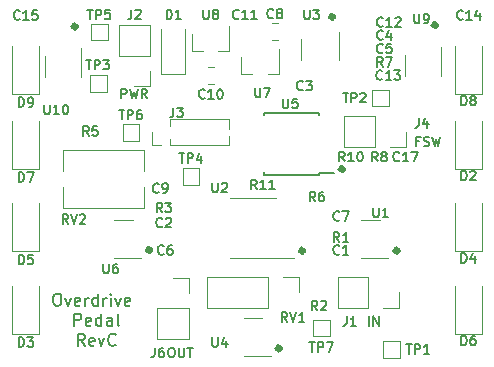
<source format=gbr>
G04 #@! TF.GenerationSoftware,KiCad,Pcbnew,5.1.5-52549c5~86~ubuntu18.04.1*
G04 #@! TF.CreationDate,2020-04-12T16:23:40+01:00*
G04 #@! TF.ProjectId,OverdrivePedal_RevC,4f766572-6472-4697-9665-506564616c5f,RevC*
G04 #@! TF.SameCoordinates,Original*
G04 #@! TF.FileFunction,Legend,Top*
G04 #@! TF.FilePolarity,Positive*
%FSLAX46Y46*%
G04 Gerber Fmt 4.6, Leading zero omitted, Abs format (unit mm)*
G04 Created by KiCad (PCBNEW 5.1.5-52549c5~86~ubuntu18.04.1) date 2020-04-12 16:23:40*
%MOMM*%
%LPD*%
G04 APERTURE LIST*
%ADD10C,0.150000*%
%ADD11C,0.500000*%
%ADD12C,0.200000*%
%ADD13C,0.120000*%
G04 APERTURE END LIST*
D10*
X159042190Y-92195657D02*
X158775523Y-92195657D01*
X158775523Y-92614704D02*
X158775523Y-91814704D01*
X159156476Y-91814704D01*
X159423142Y-92576609D02*
X159537428Y-92614704D01*
X159727904Y-92614704D01*
X159804095Y-92576609D01*
X159842190Y-92538514D01*
X159880285Y-92462323D01*
X159880285Y-92386133D01*
X159842190Y-92309942D01*
X159804095Y-92271847D01*
X159727904Y-92233752D01*
X159575523Y-92195657D01*
X159499333Y-92157561D01*
X159461238Y-92119466D01*
X159423142Y-92043276D01*
X159423142Y-91967085D01*
X159461238Y-91890895D01*
X159499333Y-91852800D01*
X159575523Y-91814704D01*
X159766000Y-91814704D01*
X159880285Y-91852800D01*
X160146952Y-91814704D02*
X160337428Y-92614704D01*
X160489809Y-92043276D01*
X160642190Y-92614704D01*
X160832666Y-91814704D01*
D11*
X152590500Y-94551500D02*
G75*
G03X152590500Y-94551500I-127000J0D01*
G01*
X136271000Y-101396800D02*
G75*
G03X136271000Y-101396800I-127000J0D01*
G01*
X147256500Y-109715300D02*
G75*
G03X147256500Y-109715300I-127000J0D01*
G01*
X129984500Y-82486500D02*
G75*
G03X129984500Y-82486500I-127000J0D01*
G01*
X151765000Y-81661000D02*
G75*
G03X151765000Y-81661000I-127000J0D01*
G01*
X160464500Y-82359500D02*
G75*
G03X160464500Y-82359500I-127000J0D01*
G01*
X157226000Y-101460300D02*
G75*
G03X157226000Y-101460300I-127000J0D01*
G01*
X149225000Y-101460300D02*
G75*
G03X149225000Y-101460300I-127000J0D01*
G01*
D10*
X133807333Y-88563404D02*
X133807333Y-87763404D01*
X134112095Y-87763404D01*
X134188285Y-87801500D01*
X134226380Y-87839595D01*
X134264476Y-87915785D01*
X134264476Y-88030071D01*
X134226380Y-88106261D01*
X134188285Y-88144357D01*
X134112095Y-88182452D01*
X133807333Y-88182452D01*
X134531142Y-87763404D02*
X134721619Y-88563404D01*
X134874000Y-87991976D01*
X135026380Y-88563404D01*
X135216857Y-87763404D01*
X135978761Y-88563404D02*
X135712095Y-88182452D01*
X135521619Y-88563404D02*
X135521619Y-87763404D01*
X135826380Y-87763404D01*
X135902571Y-87801500D01*
X135940666Y-87839595D01*
X135978761Y-87915785D01*
X135978761Y-88030071D01*
X135940666Y-88106261D01*
X135902571Y-88144357D01*
X135826380Y-88182452D01*
X135521619Y-88182452D01*
X137985600Y-109670904D02*
X138137980Y-109670904D01*
X138214171Y-109709000D01*
X138290361Y-109785190D01*
X138328457Y-109937571D01*
X138328457Y-110204238D01*
X138290361Y-110356619D01*
X138214171Y-110432809D01*
X138137980Y-110470904D01*
X137985600Y-110470904D01*
X137909409Y-110432809D01*
X137833219Y-110356619D01*
X137795123Y-110204238D01*
X137795123Y-109937571D01*
X137833219Y-109785190D01*
X137909409Y-109709000D01*
X137985600Y-109670904D01*
X138671314Y-109670904D02*
X138671314Y-110318523D01*
X138709409Y-110394714D01*
X138747504Y-110432809D01*
X138823695Y-110470904D01*
X138976076Y-110470904D01*
X139052266Y-110432809D01*
X139090361Y-110394714D01*
X139128457Y-110318523D01*
X139128457Y-109670904D01*
X139395123Y-109670904D02*
X139852266Y-109670904D01*
X139623695Y-110470904D02*
X139623695Y-109670904D01*
X154774952Y-107803904D02*
X154774952Y-107003904D01*
X155155904Y-107803904D02*
X155155904Y-107003904D01*
X155613047Y-107803904D01*
X155613047Y-107003904D01*
D12*
X128294238Y-105106380D02*
X128484714Y-105106380D01*
X128579952Y-105154000D01*
X128675190Y-105249238D01*
X128722809Y-105439714D01*
X128722809Y-105773047D01*
X128675190Y-105963523D01*
X128579952Y-106058761D01*
X128484714Y-106106380D01*
X128294238Y-106106380D01*
X128199000Y-106058761D01*
X128103761Y-105963523D01*
X128056142Y-105773047D01*
X128056142Y-105439714D01*
X128103761Y-105249238D01*
X128199000Y-105154000D01*
X128294238Y-105106380D01*
X129056142Y-105439714D02*
X129294238Y-106106380D01*
X129532333Y-105439714D01*
X130294238Y-106058761D02*
X130199000Y-106106380D01*
X130008523Y-106106380D01*
X129913285Y-106058761D01*
X129865666Y-105963523D01*
X129865666Y-105582571D01*
X129913285Y-105487333D01*
X130008523Y-105439714D01*
X130199000Y-105439714D01*
X130294238Y-105487333D01*
X130341857Y-105582571D01*
X130341857Y-105677809D01*
X129865666Y-105773047D01*
X130770428Y-106106380D02*
X130770428Y-105439714D01*
X130770428Y-105630190D02*
X130818047Y-105534952D01*
X130865666Y-105487333D01*
X130960904Y-105439714D01*
X131056142Y-105439714D01*
X131818047Y-106106380D02*
X131818047Y-105106380D01*
X131818047Y-106058761D02*
X131722809Y-106106380D01*
X131532333Y-106106380D01*
X131437095Y-106058761D01*
X131389476Y-106011142D01*
X131341857Y-105915904D01*
X131341857Y-105630190D01*
X131389476Y-105534952D01*
X131437095Y-105487333D01*
X131532333Y-105439714D01*
X131722809Y-105439714D01*
X131818047Y-105487333D01*
X132294238Y-106106380D02*
X132294238Y-105439714D01*
X132294238Y-105630190D02*
X132341857Y-105534952D01*
X132389476Y-105487333D01*
X132484714Y-105439714D01*
X132579952Y-105439714D01*
X132913285Y-106106380D02*
X132913285Y-105439714D01*
X132913285Y-105106380D02*
X132865666Y-105154000D01*
X132913285Y-105201619D01*
X132960904Y-105154000D01*
X132913285Y-105106380D01*
X132913285Y-105201619D01*
X133294238Y-105439714D02*
X133532333Y-106106380D01*
X133770428Y-105439714D01*
X134532333Y-106058761D02*
X134437095Y-106106380D01*
X134246619Y-106106380D01*
X134151380Y-106058761D01*
X134103761Y-105963523D01*
X134103761Y-105582571D01*
X134151380Y-105487333D01*
X134246619Y-105439714D01*
X134437095Y-105439714D01*
X134532333Y-105487333D01*
X134579952Y-105582571D01*
X134579952Y-105677809D01*
X134103761Y-105773047D01*
X129841857Y-107806380D02*
X129841857Y-106806380D01*
X130222809Y-106806380D01*
X130318047Y-106854000D01*
X130365666Y-106901619D01*
X130413285Y-106996857D01*
X130413285Y-107139714D01*
X130365666Y-107234952D01*
X130318047Y-107282571D01*
X130222809Y-107330190D01*
X129841857Y-107330190D01*
X131222809Y-107758761D02*
X131127571Y-107806380D01*
X130937095Y-107806380D01*
X130841857Y-107758761D01*
X130794238Y-107663523D01*
X130794238Y-107282571D01*
X130841857Y-107187333D01*
X130937095Y-107139714D01*
X131127571Y-107139714D01*
X131222809Y-107187333D01*
X131270428Y-107282571D01*
X131270428Y-107377809D01*
X130794238Y-107473047D01*
X132127571Y-107806380D02*
X132127571Y-106806380D01*
X132127571Y-107758761D02*
X132032333Y-107806380D01*
X131841857Y-107806380D01*
X131746619Y-107758761D01*
X131699000Y-107711142D01*
X131651380Y-107615904D01*
X131651380Y-107330190D01*
X131699000Y-107234952D01*
X131746619Y-107187333D01*
X131841857Y-107139714D01*
X132032333Y-107139714D01*
X132127571Y-107187333D01*
X133032333Y-107806380D02*
X133032333Y-107282571D01*
X132984714Y-107187333D01*
X132889476Y-107139714D01*
X132699000Y-107139714D01*
X132603761Y-107187333D01*
X133032333Y-107758761D02*
X132937095Y-107806380D01*
X132699000Y-107806380D01*
X132603761Y-107758761D01*
X132556142Y-107663523D01*
X132556142Y-107568285D01*
X132603761Y-107473047D01*
X132699000Y-107425428D01*
X132937095Y-107425428D01*
X133032333Y-107377809D01*
X133651380Y-107806380D02*
X133556142Y-107758761D01*
X133508523Y-107663523D01*
X133508523Y-106806380D01*
X130699000Y-109506380D02*
X130365666Y-109030190D01*
X130127571Y-109506380D02*
X130127571Y-108506380D01*
X130508523Y-108506380D01*
X130603761Y-108554000D01*
X130651380Y-108601619D01*
X130699000Y-108696857D01*
X130699000Y-108839714D01*
X130651380Y-108934952D01*
X130603761Y-108982571D01*
X130508523Y-109030190D01*
X130127571Y-109030190D01*
X131508523Y-109458761D02*
X131413285Y-109506380D01*
X131222809Y-109506380D01*
X131127571Y-109458761D01*
X131079952Y-109363523D01*
X131079952Y-108982571D01*
X131127571Y-108887333D01*
X131222809Y-108839714D01*
X131413285Y-108839714D01*
X131508523Y-108887333D01*
X131556142Y-108982571D01*
X131556142Y-109077809D01*
X131079952Y-109173047D01*
X131889476Y-108839714D02*
X132127571Y-109506380D01*
X132365666Y-108839714D01*
X133318047Y-109411142D02*
X133270428Y-109458761D01*
X133127571Y-109506380D01*
X133032333Y-109506380D01*
X132889476Y-109458761D01*
X132794238Y-109363523D01*
X132746619Y-109268285D01*
X132699000Y-109077809D01*
X132699000Y-108934952D01*
X132746619Y-108744476D01*
X132794238Y-108649238D01*
X132889476Y-108554000D01*
X133032333Y-108506380D01*
X133127571Y-108506380D01*
X133270428Y-108554000D01*
X133318047Y-108601619D01*
D13*
X128914000Y-97847000D02*
X135754000Y-97847000D01*
X128914000Y-92907000D02*
X135754000Y-92907000D01*
X135754000Y-94727000D02*
X135754000Y-92907000D01*
X135754000Y-97847000D02*
X135754000Y-96027000D01*
X128914000Y-94727000D02*
X128914000Y-92907000D01*
X128914000Y-97847000D02*
X128914000Y-96027000D01*
X136400000Y-92550000D02*
X136400000Y-91440000D01*
X137160000Y-92550000D02*
X136400000Y-92550000D01*
X137920000Y-90876529D02*
X137920000Y-90330000D01*
X137920000Y-92550000D02*
X137920000Y-92003471D01*
X137920000Y-90330000D02*
X142935000Y-90330000D01*
X137920000Y-92550000D02*
X142935000Y-92550000D01*
X142935000Y-91132470D02*
X142935000Y-90330000D01*
X142935000Y-92550000D02*
X142935000Y-91747530D01*
X141115148Y-87324000D02*
X141637652Y-87324000D01*
X141115148Y-85904000D02*
X141637652Y-85904000D01*
X147073252Y-82195600D02*
X146550748Y-82195600D01*
X147073252Y-83615600D02*
X146550748Y-83615600D01*
X151449000Y-107300800D02*
X151449000Y-108700800D01*
X150049000Y-107300800D02*
X151449000Y-107300800D01*
X150049000Y-108700800D02*
X150049000Y-107300800D01*
X151449000Y-108700800D02*
X150049000Y-108700800D01*
X135320000Y-90740000D02*
X135320000Y-92140000D01*
X133920000Y-90740000D02*
X135320000Y-90740000D01*
X133920000Y-92140000D02*
X133920000Y-90740000D01*
X135320000Y-92140000D02*
X133920000Y-92140000D01*
X131253000Y-83631000D02*
X131253000Y-82231000D01*
X132653000Y-83631000D02*
X131253000Y-83631000D01*
X132653000Y-82231000D02*
X132653000Y-83631000D01*
X131253000Y-82231000D02*
X132653000Y-82231000D01*
X139000000Y-95861100D02*
X139000000Y-94461100D01*
X140400000Y-95861100D02*
X139000000Y-95861100D01*
X140400000Y-94461100D02*
X140400000Y-95861100D01*
X139000000Y-94461100D02*
X140400000Y-94461100D01*
X131176800Y-88025200D02*
X131176800Y-86625200D01*
X132576800Y-88025200D02*
X131176800Y-88025200D01*
X132576800Y-86625200D02*
X132576800Y-88025200D01*
X131176800Y-86625200D02*
X132576800Y-86625200D01*
X155040100Y-89219000D02*
X155040100Y-87819000D01*
X156440100Y-89219000D02*
X155040100Y-89219000D01*
X156440100Y-87819000D02*
X156440100Y-89219000D01*
X155040100Y-87819000D02*
X156440100Y-87819000D01*
X155967200Y-109104200D02*
X157367200Y-109104200D01*
X155967200Y-110504200D02*
X155967200Y-109104200D01*
X157367200Y-110504200D02*
X155967200Y-110504200D01*
X157367200Y-109104200D02*
X157367200Y-110504200D01*
X152232000Y-85355000D02*
X152232000Y-82905000D01*
X149012000Y-83555000D02*
X149012000Y-85355000D01*
X130415000Y-86732000D02*
X130415000Y-84302000D01*
X127345000Y-84972000D02*
X127345000Y-86732000D01*
X160895000Y-86655800D02*
X160895000Y-84225800D01*
X157825000Y-84895800D02*
X157825000Y-86655800D01*
X139771000Y-84580000D02*
X139771000Y-83120000D01*
X142931000Y-84580000D02*
X142931000Y-82420000D01*
X142931000Y-84580000D02*
X142001000Y-84580000D01*
X139771000Y-84580000D02*
X140701000Y-84580000D01*
X143962000Y-86510400D02*
X143962000Y-85050400D01*
X147122000Y-86510400D02*
X147122000Y-84350400D01*
X147122000Y-86510400D02*
X146192000Y-86510400D01*
X143962000Y-86510400D02*
X144892000Y-86510400D01*
X133159600Y-102069700D02*
X135459600Y-102069700D01*
X134759600Y-98869700D02*
X133159600Y-98869700D01*
D10*
X150508600Y-94905200D02*
X151858600Y-94905200D01*
X150508600Y-89780200D02*
X145858600Y-89780200D01*
X150508600Y-95030200D02*
X145858600Y-95030200D01*
X150508600Y-89780200D02*
X150508600Y-90005200D01*
X145858600Y-89780200D02*
X145858600Y-90005200D01*
X145858600Y-95030200D02*
X145858600Y-94805200D01*
X150508600Y-95030200D02*
X150508600Y-94905200D01*
D13*
X144157800Y-110388200D02*
X146457800Y-110388200D01*
X145757800Y-107188200D02*
X144157800Y-107188200D01*
X144957800Y-102077200D02*
X148407800Y-102077200D01*
X144957800Y-102077200D02*
X143007800Y-102077200D01*
X144957800Y-96957200D02*
X146907800Y-96957200D01*
X144957800Y-96957200D02*
X143007800Y-96957200D01*
X154080800Y-102072200D02*
X156380800Y-102072200D01*
X155680800Y-98872200D02*
X154080800Y-98872200D01*
X157895600Y-91389200D02*
X157895600Y-92719200D01*
X157895600Y-92719200D02*
X156565600Y-92719200D01*
X155295600Y-92719200D02*
X152695600Y-92719200D01*
X152695600Y-90059200D02*
X152695600Y-92719200D01*
X155295600Y-90059200D02*
X152695600Y-90059200D01*
X155295600Y-90059200D02*
X155295600Y-92719200D01*
X148827800Y-103648200D02*
X148827800Y-104978200D01*
X147497800Y-103648200D02*
X148827800Y-103648200D01*
X146227800Y-103648200D02*
X146227800Y-106308200D01*
X146227800Y-106308200D02*
X141087800Y-106308200D01*
X146227800Y-103648200D02*
X141087800Y-103648200D01*
X141087800Y-103648200D02*
X141087800Y-106308200D01*
X138176000Y-103749800D02*
X139506000Y-103749800D01*
X139506000Y-103749800D02*
X139506000Y-105079800D01*
X139506000Y-106349800D02*
X139506000Y-108949800D01*
X136846000Y-108949800D02*
X139506000Y-108949800D01*
X136846000Y-106349800D02*
X136846000Y-108949800D01*
X136846000Y-106349800D02*
X139506000Y-106349800D01*
X136254800Y-87537600D02*
X134924800Y-87537600D01*
X136254800Y-86207600D02*
X136254800Y-87537600D01*
X136254800Y-84937600D02*
X133594800Y-84937600D01*
X133594800Y-84937600D02*
X133594800Y-82337600D01*
X136254800Y-84937600D02*
X136254800Y-82337600D01*
X136254800Y-82337600D02*
X133594800Y-82337600D01*
X157336800Y-104978200D02*
X157336800Y-106308200D01*
X157336800Y-106308200D02*
X156006800Y-106308200D01*
X154736800Y-106308200D02*
X152136800Y-106308200D01*
X152136800Y-103648200D02*
X152136800Y-106308200D01*
X154736800Y-103648200D02*
X152136800Y-103648200D01*
X154736800Y-103648200D02*
X154736800Y-106308200D01*
X126865000Y-88185000D02*
X126865000Y-84125000D01*
X124595000Y-88185000D02*
X126865000Y-88185000D01*
X124595000Y-84125000D02*
X124595000Y-88185000D01*
X164330000Y-88185000D02*
X164330000Y-84125000D01*
X162060000Y-88185000D02*
X164330000Y-88185000D01*
X162060000Y-84125000D02*
X162060000Y-88185000D01*
X126865000Y-94535000D02*
X126865000Y-90475000D01*
X124595000Y-94535000D02*
X126865000Y-94535000D01*
X124595000Y-90475000D02*
X124595000Y-94535000D01*
X164330000Y-108505000D02*
X164330000Y-104445000D01*
X162060000Y-108505000D02*
X164330000Y-108505000D01*
X162060000Y-104445000D02*
X162060000Y-108505000D01*
X126865000Y-101520000D02*
X126865000Y-97460000D01*
X124595000Y-101520000D02*
X126865000Y-101520000D01*
X124595000Y-97460000D02*
X124595000Y-101520000D01*
X164330000Y-101520000D02*
X164330000Y-97460000D01*
X162060000Y-101520000D02*
X164330000Y-101520000D01*
X162060000Y-97460000D02*
X162060000Y-101520000D01*
X126865000Y-108505000D02*
X126865000Y-104445000D01*
X124595000Y-108505000D02*
X126865000Y-108505000D01*
X124595000Y-104445000D02*
X124595000Y-108505000D01*
X164330000Y-94535000D02*
X164330000Y-90475000D01*
X162060000Y-94535000D02*
X164330000Y-94535000D01*
X162060000Y-90475000D02*
X162060000Y-94535000D01*
X137176000Y-86528000D02*
X137176000Y-82678000D01*
X139176000Y-86528000D02*
X139176000Y-82678000D01*
X137176000Y-86528000D02*
X139176000Y-86528000D01*
D10*
X129317809Y-99167904D02*
X129051142Y-98786952D01*
X128860666Y-99167904D02*
X128860666Y-98367904D01*
X129165428Y-98367904D01*
X129241619Y-98406000D01*
X129279714Y-98444095D01*
X129317809Y-98520285D01*
X129317809Y-98634571D01*
X129279714Y-98710761D01*
X129241619Y-98748857D01*
X129165428Y-98786952D01*
X128860666Y-98786952D01*
X129546380Y-98367904D02*
X129813047Y-99167904D01*
X130079714Y-98367904D01*
X130308285Y-98444095D02*
X130346380Y-98406000D01*
X130422571Y-98367904D01*
X130613047Y-98367904D01*
X130689238Y-98406000D01*
X130727333Y-98444095D01*
X130765428Y-98520285D01*
X130765428Y-98596476D01*
X130727333Y-98710761D01*
X130270190Y-99167904D01*
X130765428Y-99167904D01*
X131057666Y-91738404D02*
X130791000Y-91357452D01*
X130600523Y-91738404D02*
X130600523Y-90938404D01*
X130905285Y-90938404D01*
X130981476Y-90976500D01*
X131019571Y-91014595D01*
X131057666Y-91090785D01*
X131057666Y-91205071D01*
X131019571Y-91281261D01*
X130981476Y-91319357D01*
X130905285Y-91357452D01*
X130600523Y-91357452D01*
X131781476Y-90938404D02*
X131400523Y-90938404D01*
X131362428Y-91319357D01*
X131400523Y-91281261D01*
X131476714Y-91243166D01*
X131667190Y-91243166D01*
X131743380Y-91281261D01*
X131781476Y-91319357D01*
X131819571Y-91395547D01*
X131819571Y-91586023D01*
X131781476Y-91662214D01*
X131743380Y-91700309D01*
X131667190Y-91738404D01*
X131476714Y-91738404D01*
X131400523Y-91700309D01*
X131362428Y-91662214D01*
X138226833Y-89350904D02*
X138226833Y-89922333D01*
X138188738Y-90036619D01*
X138112547Y-90112809D01*
X137998261Y-90150904D01*
X137922071Y-90150904D01*
X138531595Y-89350904D02*
X139026833Y-89350904D01*
X138760166Y-89655666D01*
X138874452Y-89655666D01*
X138950642Y-89693761D01*
X138988738Y-89731857D01*
X139026833Y-89808047D01*
X139026833Y-89998523D01*
X138988738Y-90074714D01*
X138950642Y-90112809D01*
X138874452Y-90150904D01*
X138645880Y-90150904D01*
X138569690Y-90112809D01*
X138531595Y-90074714D01*
X150234666Y-97262904D02*
X149968000Y-96881952D01*
X149777523Y-97262904D02*
X149777523Y-96462904D01*
X150082285Y-96462904D01*
X150158476Y-96501000D01*
X150196571Y-96539095D01*
X150234666Y-96615285D01*
X150234666Y-96729571D01*
X150196571Y-96805761D01*
X150158476Y-96843857D01*
X150082285Y-96881952D01*
X149777523Y-96881952D01*
X150920380Y-96462904D02*
X150768000Y-96462904D01*
X150691809Y-96501000D01*
X150653714Y-96539095D01*
X150577523Y-96653380D01*
X150539428Y-96805761D01*
X150539428Y-97110523D01*
X150577523Y-97186714D01*
X150615619Y-97224809D01*
X150691809Y-97262904D01*
X150844190Y-97262904D01*
X150920380Y-97224809D01*
X150958476Y-97186714D01*
X150996571Y-97110523D01*
X150996571Y-96920047D01*
X150958476Y-96843857D01*
X150920380Y-96805761D01*
X150844190Y-96767666D01*
X150691809Y-96767666D01*
X150615619Y-96805761D01*
X150577523Y-96843857D01*
X150539428Y-96920047D01*
X140862114Y-88499914D02*
X140824019Y-88538009D01*
X140709733Y-88576104D01*
X140633542Y-88576104D01*
X140519257Y-88538009D01*
X140443066Y-88461819D01*
X140404971Y-88385628D01*
X140366876Y-88233247D01*
X140366876Y-88118961D01*
X140404971Y-87966580D01*
X140443066Y-87890390D01*
X140519257Y-87814200D01*
X140633542Y-87776104D01*
X140709733Y-87776104D01*
X140824019Y-87814200D01*
X140862114Y-87852295D01*
X141624019Y-88576104D02*
X141166876Y-88576104D01*
X141395447Y-88576104D02*
X141395447Y-87776104D01*
X141319257Y-87890390D01*
X141243066Y-87966580D01*
X141166876Y-88004676D01*
X142119257Y-87776104D02*
X142195447Y-87776104D01*
X142271638Y-87814200D01*
X142309733Y-87852295D01*
X142347828Y-87928485D01*
X142385923Y-88080866D01*
X142385923Y-88271342D01*
X142347828Y-88423723D01*
X142309733Y-88499914D01*
X142271638Y-88538009D01*
X142195447Y-88576104D01*
X142119257Y-88576104D01*
X142043066Y-88538009D01*
X142004971Y-88499914D01*
X141966876Y-88423723D01*
X141928780Y-88271342D01*
X141928780Y-88080866D01*
X141966876Y-87928485D01*
X142004971Y-87852295D01*
X142043066Y-87814200D01*
X142119257Y-87776104D01*
X146678666Y-81718114D02*
X146640571Y-81756209D01*
X146526285Y-81794304D01*
X146450095Y-81794304D01*
X146335809Y-81756209D01*
X146259619Y-81680019D01*
X146221523Y-81603828D01*
X146183428Y-81451447D01*
X146183428Y-81337161D01*
X146221523Y-81184780D01*
X146259619Y-81108590D01*
X146335809Y-81032400D01*
X146450095Y-80994304D01*
X146526285Y-80994304D01*
X146640571Y-81032400D01*
X146678666Y-81070495D01*
X147135809Y-81337161D02*
X147059619Y-81299066D01*
X147021523Y-81260971D01*
X146983428Y-81184780D01*
X146983428Y-81146685D01*
X147021523Y-81070495D01*
X147059619Y-81032400D01*
X147135809Y-80994304D01*
X147288190Y-80994304D01*
X147364380Y-81032400D01*
X147402476Y-81070495D01*
X147440571Y-81146685D01*
X147440571Y-81184780D01*
X147402476Y-81260971D01*
X147364380Y-81299066D01*
X147288190Y-81337161D01*
X147135809Y-81337161D01*
X147059619Y-81375257D01*
X147021523Y-81413352D01*
X146983428Y-81489542D01*
X146983428Y-81641923D01*
X147021523Y-81718114D01*
X147059619Y-81756209D01*
X147135809Y-81794304D01*
X147288190Y-81794304D01*
X147364380Y-81756209D01*
X147402476Y-81718114D01*
X147440571Y-81641923D01*
X147440571Y-81489542D01*
X147402476Y-81413352D01*
X147364380Y-81375257D01*
X147288190Y-81337161D01*
X149739476Y-109213704D02*
X150196619Y-109213704D01*
X149968047Y-110013704D02*
X149968047Y-109213704D01*
X150463285Y-110013704D02*
X150463285Y-109213704D01*
X150768047Y-109213704D01*
X150844238Y-109251800D01*
X150882333Y-109289895D01*
X150920428Y-109366085D01*
X150920428Y-109480371D01*
X150882333Y-109556561D01*
X150844238Y-109594657D01*
X150768047Y-109632752D01*
X150463285Y-109632752D01*
X151187095Y-109213704D02*
X151720428Y-109213704D01*
X151377571Y-110013704D01*
X133610476Y-89541404D02*
X134067619Y-89541404D01*
X133839047Y-90341404D02*
X133839047Y-89541404D01*
X134334285Y-90341404D02*
X134334285Y-89541404D01*
X134639047Y-89541404D01*
X134715238Y-89579500D01*
X134753333Y-89617595D01*
X134791428Y-89693785D01*
X134791428Y-89808071D01*
X134753333Y-89884261D01*
X134715238Y-89922357D01*
X134639047Y-89960452D01*
X134334285Y-89960452D01*
X135477142Y-89541404D02*
X135324761Y-89541404D01*
X135248571Y-89579500D01*
X135210476Y-89617595D01*
X135134285Y-89731880D01*
X135096190Y-89884261D01*
X135096190Y-90189023D01*
X135134285Y-90265214D01*
X135172380Y-90303309D01*
X135248571Y-90341404D01*
X135400952Y-90341404D01*
X135477142Y-90303309D01*
X135515238Y-90265214D01*
X135553333Y-90189023D01*
X135553333Y-89998547D01*
X135515238Y-89922357D01*
X135477142Y-89884261D01*
X135400952Y-89846166D01*
X135248571Y-89846166D01*
X135172380Y-89884261D01*
X135134285Y-89922357D01*
X135096190Y-89998547D01*
X130943476Y-81044904D02*
X131400619Y-81044904D01*
X131172047Y-81844904D02*
X131172047Y-81044904D01*
X131667285Y-81844904D02*
X131667285Y-81044904D01*
X131972047Y-81044904D01*
X132048238Y-81083000D01*
X132086333Y-81121095D01*
X132124428Y-81197285D01*
X132124428Y-81311571D01*
X132086333Y-81387761D01*
X132048238Y-81425857D01*
X131972047Y-81463952D01*
X131667285Y-81463952D01*
X132848238Y-81044904D02*
X132467285Y-81044904D01*
X132429190Y-81425857D01*
X132467285Y-81387761D01*
X132543476Y-81349666D01*
X132733952Y-81349666D01*
X132810142Y-81387761D01*
X132848238Y-81425857D01*
X132886333Y-81502047D01*
X132886333Y-81692523D01*
X132848238Y-81768714D01*
X132810142Y-81806809D01*
X132733952Y-81844904D01*
X132543476Y-81844904D01*
X132467285Y-81806809D01*
X132429190Y-81768714D01*
X138690476Y-93211704D02*
X139147619Y-93211704D01*
X138919047Y-94011704D02*
X138919047Y-93211704D01*
X139414285Y-94011704D02*
X139414285Y-93211704D01*
X139719047Y-93211704D01*
X139795238Y-93249800D01*
X139833333Y-93287895D01*
X139871428Y-93364085D01*
X139871428Y-93478371D01*
X139833333Y-93554561D01*
X139795238Y-93592657D01*
X139719047Y-93630752D01*
X139414285Y-93630752D01*
X140557142Y-93478371D02*
X140557142Y-94011704D01*
X140366666Y-93173609D02*
X140176190Y-93745038D01*
X140671428Y-93745038D01*
X130816476Y-85312304D02*
X131273619Y-85312304D01*
X131045047Y-86112304D02*
X131045047Y-85312304D01*
X131540285Y-86112304D02*
X131540285Y-85312304D01*
X131845047Y-85312304D01*
X131921238Y-85350400D01*
X131959333Y-85388495D01*
X131997428Y-85464685D01*
X131997428Y-85578971D01*
X131959333Y-85655161D01*
X131921238Y-85693257D01*
X131845047Y-85731352D01*
X131540285Y-85731352D01*
X132264095Y-85312304D02*
X132759333Y-85312304D01*
X132492666Y-85617066D01*
X132606952Y-85617066D01*
X132683142Y-85655161D01*
X132721238Y-85693257D01*
X132759333Y-85769447D01*
X132759333Y-85959923D01*
X132721238Y-86036114D01*
X132683142Y-86074209D01*
X132606952Y-86112304D01*
X132378380Y-86112304D01*
X132302190Y-86074209D01*
X132264095Y-86036114D01*
X152571576Y-88106304D02*
X153028719Y-88106304D01*
X152800147Y-88906304D02*
X152800147Y-88106304D01*
X153295385Y-88906304D02*
X153295385Y-88106304D01*
X153600147Y-88106304D01*
X153676338Y-88144400D01*
X153714433Y-88182495D01*
X153752528Y-88258685D01*
X153752528Y-88372971D01*
X153714433Y-88449161D01*
X153676338Y-88487257D01*
X153600147Y-88525352D01*
X153295385Y-88525352D01*
X154057290Y-88182495D02*
X154095385Y-88144400D01*
X154171576Y-88106304D01*
X154362052Y-88106304D01*
X154438242Y-88144400D01*
X154476338Y-88182495D01*
X154514433Y-88258685D01*
X154514433Y-88334876D01*
X154476338Y-88449161D01*
X154019195Y-88906304D01*
X154514433Y-88906304D01*
X157943676Y-109366104D02*
X158400819Y-109366104D01*
X158172247Y-110166104D02*
X158172247Y-109366104D01*
X158667485Y-110166104D02*
X158667485Y-109366104D01*
X158972247Y-109366104D01*
X159048438Y-109404200D01*
X159086533Y-109442295D01*
X159124628Y-109518485D01*
X159124628Y-109632771D01*
X159086533Y-109708961D01*
X159048438Y-109747057D01*
X158972247Y-109785152D01*
X158667485Y-109785152D01*
X159886533Y-110166104D02*
X159429390Y-110166104D01*
X159657961Y-110166104D02*
X159657961Y-109366104D01*
X159581771Y-109480390D01*
X159505580Y-109556580D01*
X159429390Y-109594676D01*
X149313976Y-81045104D02*
X149313976Y-81692723D01*
X149352071Y-81768914D01*
X149390166Y-81807009D01*
X149466357Y-81845104D01*
X149618738Y-81845104D01*
X149694928Y-81807009D01*
X149733023Y-81768914D01*
X149771119Y-81692723D01*
X149771119Y-81045104D01*
X150075880Y-81045104D02*
X150571119Y-81045104D01*
X150304452Y-81349866D01*
X150418738Y-81349866D01*
X150494928Y-81387961D01*
X150533023Y-81426057D01*
X150571119Y-81502247D01*
X150571119Y-81692723D01*
X150533023Y-81768914D01*
X150494928Y-81807009D01*
X150418738Y-81845104D01*
X150190166Y-81845104D01*
X150113976Y-81807009D01*
X150075880Y-81768914D01*
X157346714Y-93821214D02*
X157308619Y-93859309D01*
X157194333Y-93897404D01*
X157118142Y-93897404D01*
X157003857Y-93859309D01*
X156927666Y-93783119D01*
X156889571Y-93706928D01*
X156851476Y-93554547D01*
X156851476Y-93440261D01*
X156889571Y-93287880D01*
X156927666Y-93211690D01*
X157003857Y-93135500D01*
X157118142Y-93097404D01*
X157194333Y-93097404D01*
X157308619Y-93135500D01*
X157346714Y-93173595D01*
X158108619Y-93897404D02*
X157651476Y-93897404D01*
X157880047Y-93897404D02*
X157880047Y-93097404D01*
X157803857Y-93211690D01*
X157727666Y-93287880D01*
X157651476Y-93325976D01*
X158375285Y-93097404D02*
X158908619Y-93097404D01*
X158565761Y-93897404D01*
X127279523Y-89096904D02*
X127279523Y-89744523D01*
X127317619Y-89820714D01*
X127355714Y-89858809D01*
X127431904Y-89896904D01*
X127584285Y-89896904D01*
X127660476Y-89858809D01*
X127698571Y-89820714D01*
X127736666Y-89744523D01*
X127736666Y-89096904D01*
X128536666Y-89896904D02*
X128079523Y-89896904D01*
X128308095Y-89896904D02*
X128308095Y-89096904D01*
X128231904Y-89211190D01*
X128155714Y-89287380D01*
X128079523Y-89325476D01*
X129031904Y-89096904D02*
X129108095Y-89096904D01*
X129184285Y-89135000D01*
X129222380Y-89173095D01*
X129260476Y-89249285D01*
X129298571Y-89401666D01*
X129298571Y-89592142D01*
X129260476Y-89744523D01*
X129222380Y-89820714D01*
X129184285Y-89858809D01*
X129108095Y-89896904D01*
X129031904Y-89896904D01*
X128955714Y-89858809D01*
X128917619Y-89820714D01*
X128879523Y-89744523D01*
X128841428Y-89592142D01*
X128841428Y-89401666D01*
X128879523Y-89249285D01*
X128917619Y-89173095D01*
X128955714Y-89135000D01*
X129031904Y-89096904D01*
X158597676Y-81400704D02*
X158597676Y-82048323D01*
X158635771Y-82124514D01*
X158673866Y-82162609D01*
X158750057Y-82200704D01*
X158902438Y-82200704D01*
X158978628Y-82162609D01*
X159016723Y-82124514D01*
X159054819Y-82048323D01*
X159054819Y-81400704D01*
X159473866Y-82200704D02*
X159626247Y-82200704D01*
X159702438Y-82162609D01*
X159740533Y-82124514D01*
X159816723Y-82010228D01*
X159854819Y-81857847D01*
X159854819Y-81553085D01*
X159816723Y-81476895D01*
X159778628Y-81438800D01*
X159702438Y-81400704D01*
X159550057Y-81400704D01*
X159473866Y-81438800D01*
X159435771Y-81476895D01*
X159397676Y-81553085D01*
X159397676Y-81743561D01*
X159435771Y-81819752D01*
X159473866Y-81857847D01*
X159550057Y-81895942D01*
X159702438Y-81895942D01*
X159778628Y-81857847D01*
X159816723Y-81819752D01*
X159854819Y-81743561D01*
X140766876Y-81045104D02*
X140766876Y-81692723D01*
X140804971Y-81768914D01*
X140843066Y-81807009D01*
X140919257Y-81845104D01*
X141071638Y-81845104D01*
X141147828Y-81807009D01*
X141185923Y-81768914D01*
X141224019Y-81692723D01*
X141224019Y-81045104D01*
X141719257Y-81387961D02*
X141643066Y-81349866D01*
X141604971Y-81311771D01*
X141566876Y-81235580D01*
X141566876Y-81197485D01*
X141604971Y-81121295D01*
X141643066Y-81083200D01*
X141719257Y-81045104D01*
X141871638Y-81045104D01*
X141947828Y-81083200D01*
X141985923Y-81121295D01*
X142024019Y-81197485D01*
X142024019Y-81235580D01*
X141985923Y-81311771D01*
X141947828Y-81349866D01*
X141871638Y-81387961D01*
X141719257Y-81387961D01*
X141643066Y-81426057D01*
X141604971Y-81464152D01*
X141566876Y-81540342D01*
X141566876Y-81692723D01*
X141604971Y-81768914D01*
X141643066Y-81807009D01*
X141719257Y-81845104D01*
X141871638Y-81845104D01*
X141947828Y-81807009D01*
X141985923Y-81768914D01*
X142024019Y-81692723D01*
X142024019Y-81540342D01*
X141985923Y-81464152D01*
X141947828Y-81426057D01*
X141871638Y-81387961D01*
X145135676Y-87649104D02*
X145135676Y-88296723D01*
X145173771Y-88372914D01*
X145211866Y-88411009D01*
X145288057Y-88449104D01*
X145440438Y-88449104D01*
X145516628Y-88411009D01*
X145554723Y-88372914D01*
X145592819Y-88296723D01*
X145592819Y-87649104D01*
X145897580Y-87649104D02*
X146430914Y-87649104D01*
X146088057Y-88449104D01*
X132295976Y-102558904D02*
X132295976Y-103206523D01*
X132334071Y-103282714D01*
X132372166Y-103320809D01*
X132448357Y-103358904D01*
X132600738Y-103358904D01*
X132676928Y-103320809D01*
X132715023Y-103282714D01*
X132753119Y-103206523D01*
X132753119Y-102558904D01*
X133476928Y-102558904D02*
X133324547Y-102558904D01*
X133248357Y-102597000D01*
X133210261Y-102635095D01*
X133134071Y-102749380D01*
X133095976Y-102901761D01*
X133095976Y-103206523D01*
X133134071Y-103282714D01*
X133172166Y-103320809D01*
X133248357Y-103358904D01*
X133400738Y-103358904D01*
X133476928Y-103320809D01*
X133515023Y-103282714D01*
X133553119Y-103206523D01*
X133553119Y-103016047D01*
X133515023Y-102939857D01*
X133476928Y-102901761D01*
X133400738Y-102863666D01*
X133248357Y-102863666D01*
X133172166Y-102901761D01*
X133134071Y-102939857D01*
X133095976Y-103016047D01*
X147497876Y-88588904D02*
X147497876Y-89236523D01*
X147535971Y-89312714D01*
X147574066Y-89350809D01*
X147650257Y-89388904D01*
X147802638Y-89388904D01*
X147878828Y-89350809D01*
X147916923Y-89312714D01*
X147955019Y-89236523D01*
X147955019Y-88588904D01*
X148716923Y-88588904D02*
X148335971Y-88588904D01*
X148297876Y-88969857D01*
X148335971Y-88931761D01*
X148412161Y-88893666D01*
X148602638Y-88893666D01*
X148678828Y-88931761D01*
X148716923Y-88969857D01*
X148755019Y-89046047D01*
X148755019Y-89236523D01*
X148716923Y-89312714D01*
X148678828Y-89350809D01*
X148602638Y-89388904D01*
X148412161Y-89388904D01*
X148335971Y-89350809D01*
X148297876Y-89312714D01*
X141528876Y-108807304D02*
X141528876Y-109454923D01*
X141566971Y-109531114D01*
X141605066Y-109569209D01*
X141681257Y-109607304D01*
X141833638Y-109607304D01*
X141909828Y-109569209D01*
X141947923Y-109531114D01*
X141986019Y-109454923D01*
X141986019Y-108807304D01*
X142709828Y-109073971D02*
X142709828Y-109607304D01*
X142519352Y-108769209D02*
X142328876Y-109340638D01*
X142824114Y-109340638D01*
X141503476Y-95700904D02*
X141503476Y-96348523D01*
X141541571Y-96424714D01*
X141579666Y-96462809D01*
X141655857Y-96500904D01*
X141808238Y-96500904D01*
X141884428Y-96462809D01*
X141922523Y-96424714D01*
X141960619Y-96348523D01*
X141960619Y-95700904D01*
X142303476Y-95777095D02*
X142341571Y-95739000D01*
X142417761Y-95700904D01*
X142608238Y-95700904D01*
X142684428Y-95739000D01*
X142722523Y-95777095D01*
X142760619Y-95853285D01*
X142760619Y-95929476D01*
X142722523Y-96043761D01*
X142265380Y-96500904D01*
X142760619Y-96500904D01*
X155143276Y-97809104D02*
X155143276Y-98456723D01*
X155181371Y-98532914D01*
X155219466Y-98571009D01*
X155295657Y-98609104D01*
X155448038Y-98609104D01*
X155524228Y-98571009D01*
X155562323Y-98532914D01*
X155600419Y-98456723D01*
X155600419Y-97809104D01*
X156400419Y-98609104D02*
X155943276Y-98609104D01*
X156171847Y-98609104D02*
X156171847Y-97809104D01*
X156095657Y-97923390D01*
X156019466Y-97999580D01*
X155943276Y-98037676D01*
X158991333Y-90239904D02*
X158991333Y-90811333D01*
X158953238Y-90925619D01*
X158877047Y-91001809D01*
X158762761Y-91039904D01*
X158686571Y-91039904D01*
X159715142Y-90506571D02*
X159715142Y-91039904D01*
X159524666Y-90201809D02*
X159334190Y-90773238D01*
X159829428Y-90773238D01*
X147859809Y-107473704D02*
X147593142Y-107092752D01*
X147402666Y-107473704D02*
X147402666Y-106673704D01*
X147707428Y-106673704D01*
X147783619Y-106711800D01*
X147821714Y-106749895D01*
X147859809Y-106826085D01*
X147859809Y-106940371D01*
X147821714Y-107016561D01*
X147783619Y-107054657D01*
X147707428Y-107092752D01*
X147402666Y-107092752D01*
X148088380Y-106673704D02*
X148355047Y-107473704D01*
X148621714Y-106673704D01*
X149307428Y-107473704D02*
X148850285Y-107473704D01*
X149078857Y-107473704D02*
X149078857Y-106673704D01*
X149002666Y-106787990D01*
X148926476Y-106864180D01*
X148850285Y-106902276D01*
X145281714Y-96246904D02*
X145015047Y-95865952D01*
X144824571Y-96246904D02*
X144824571Y-95446904D01*
X145129333Y-95446904D01*
X145205523Y-95485000D01*
X145243619Y-95523095D01*
X145281714Y-95599285D01*
X145281714Y-95713571D01*
X145243619Y-95789761D01*
X145205523Y-95827857D01*
X145129333Y-95865952D01*
X144824571Y-95865952D01*
X146043619Y-96246904D02*
X145586476Y-96246904D01*
X145815047Y-96246904D02*
X145815047Y-95446904D01*
X145738857Y-95561190D01*
X145662666Y-95637380D01*
X145586476Y-95675476D01*
X146805523Y-96246904D02*
X146348380Y-96246904D01*
X146576952Y-96246904D02*
X146576952Y-95446904D01*
X146500761Y-95561190D01*
X146424571Y-95637380D01*
X146348380Y-95675476D01*
X152711214Y-93897404D02*
X152444547Y-93516452D01*
X152254071Y-93897404D02*
X152254071Y-93097404D01*
X152558833Y-93097404D01*
X152635023Y-93135500D01*
X152673119Y-93173595D01*
X152711214Y-93249785D01*
X152711214Y-93364071D01*
X152673119Y-93440261D01*
X152635023Y-93478357D01*
X152558833Y-93516452D01*
X152254071Y-93516452D01*
X153473119Y-93897404D02*
X153015976Y-93897404D01*
X153244547Y-93897404D02*
X153244547Y-93097404D01*
X153168357Y-93211690D01*
X153092166Y-93287880D01*
X153015976Y-93325976D01*
X153968357Y-93097404D02*
X154044547Y-93097404D01*
X154120738Y-93135500D01*
X154158833Y-93173595D01*
X154196928Y-93249785D01*
X154235023Y-93402166D01*
X154235023Y-93592642D01*
X154196928Y-93745023D01*
X154158833Y-93821214D01*
X154120738Y-93859309D01*
X154044547Y-93897404D01*
X153968357Y-93897404D01*
X153892166Y-93859309D01*
X153854071Y-93821214D01*
X153815976Y-93745023D01*
X153777880Y-93592642D01*
X153777880Y-93402166D01*
X153815976Y-93249785D01*
X153854071Y-93173595D01*
X153892166Y-93135500D01*
X153968357Y-93097404D01*
X155505166Y-93897404D02*
X155238500Y-93516452D01*
X155048023Y-93897404D02*
X155048023Y-93097404D01*
X155352785Y-93097404D01*
X155428976Y-93135500D01*
X155467071Y-93173595D01*
X155505166Y-93249785D01*
X155505166Y-93364071D01*
X155467071Y-93440261D01*
X155428976Y-93478357D01*
X155352785Y-93516452D01*
X155048023Y-93516452D01*
X155962309Y-93440261D02*
X155886119Y-93402166D01*
X155848023Y-93364071D01*
X155809928Y-93287880D01*
X155809928Y-93249785D01*
X155848023Y-93173595D01*
X155886119Y-93135500D01*
X155962309Y-93097404D01*
X156114690Y-93097404D01*
X156190880Y-93135500D01*
X156228976Y-93173595D01*
X156267071Y-93249785D01*
X156267071Y-93287880D01*
X156228976Y-93364071D01*
X156190880Y-93402166D01*
X156114690Y-93440261D01*
X155962309Y-93440261D01*
X155886119Y-93478357D01*
X155848023Y-93516452D01*
X155809928Y-93592642D01*
X155809928Y-93745023D01*
X155848023Y-93821214D01*
X155886119Y-93859309D01*
X155962309Y-93897404D01*
X156114690Y-93897404D01*
X156190880Y-93859309D01*
X156228976Y-93821214D01*
X156267071Y-93745023D01*
X156267071Y-93592642D01*
X156228976Y-93516452D01*
X156190880Y-93478357D01*
X156114690Y-93440261D01*
X155949666Y-85883704D02*
X155683000Y-85502752D01*
X155492523Y-85883704D02*
X155492523Y-85083704D01*
X155797285Y-85083704D01*
X155873476Y-85121800D01*
X155911571Y-85159895D01*
X155949666Y-85236085D01*
X155949666Y-85350371D01*
X155911571Y-85426561D01*
X155873476Y-85464657D01*
X155797285Y-85502752D01*
X155492523Y-85502752D01*
X156216333Y-85083704D02*
X156749666Y-85083704D01*
X156406809Y-85883704D01*
X137280666Y-98202704D02*
X137014000Y-97821752D01*
X136823523Y-98202704D02*
X136823523Y-97402704D01*
X137128285Y-97402704D01*
X137204476Y-97440800D01*
X137242571Y-97478895D01*
X137280666Y-97555085D01*
X137280666Y-97669371D01*
X137242571Y-97745561D01*
X137204476Y-97783657D01*
X137128285Y-97821752D01*
X136823523Y-97821752D01*
X137547333Y-97402704D02*
X138042571Y-97402704D01*
X137775904Y-97707466D01*
X137890190Y-97707466D01*
X137966380Y-97745561D01*
X138004476Y-97783657D01*
X138042571Y-97859847D01*
X138042571Y-98050323D01*
X138004476Y-98126514D01*
X137966380Y-98164609D01*
X137890190Y-98202704D01*
X137661619Y-98202704D01*
X137585428Y-98164609D01*
X137547333Y-98126514D01*
X150412466Y-106483104D02*
X150145800Y-106102152D01*
X149955323Y-106483104D02*
X149955323Y-105683104D01*
X150260085Y-105683104D01*
X150336276Y-105721200D01*
X150374371Y-105759295D01*
X150412466Y-105835485D01*
X150412466Y-105949771D01*
X150374371Y-106025961D01*
X150336276Y-106064057D01*
X150260085Y-106102152D01*
X149955323Y-106102152D01*
X150717228Y-105759295D02*
X150755323Y-105721200D01*
X150831514Y-105683104D01*
X151021990Y-105683104D01*
X151098180Y-105721200D01*
X151136276Y-105759295D01*
X151174371Y-105835485D01*
X151174371Y-105911676D01*
X151136276Y-106025961D01*
X150679133Y-106483104D01*
X151174371Y-106483104D01*
X152266666Y-100704604D02*
X152000000Y-100323652D01*
X151809523Y-100704604D02*
X151809523Y-99904604D01*
X152114285Y-99904604D01*
X152190476Y-99942700D01*
X152228571Y-99980795D01*
X152266666Y-100056985D01*
X152266666Y-100171271D01*
X152228571Y-100247461D01*
X152190476Y-100285557D01*
X152114285Y-100323652D01*
X151809523Y-100323652D01*
X153028571Y-100704604D02*
X152571428Y-100704604D01*
X152800000Y-100704604D02*
X152800000Y-99904604D01*
X152723809Y-100018890D01*
X152647619Y-100095080D01*
X152571428Y-100133176D01*
X136639333Y-109670904D02*
X136639333Y-110242333D01*
X136601238Y-110356619D01*
X136525047Y-110432809D01*
X136410761Y-110470904D01*
X136334571Y-110470904D01*
X137363142Y-109670904D02*
X137210761Y-109670904D01*
X137134571Y-109709000D01*
X137096476Y-109747095D01*
X137020285Y-109861380D01*
X136982190Y-110013761D01*
X136982190Y-110318523D01*
X137020285Y-110394714D01*
X137058380Y-110432809D01*
X137134571Y-110470904D01*
X137286952Y-110470904D01*
X137363142Y-110432809D01*
X137401238Y-110394714D01*
X137439333Y-110318523D01*
X137439333Y-110128047D01*
X137401238Y-110051857D01*
X137363142Y-110013761D01*
X137286952Y-109975666D01*
X137134571Y-109975666D01*
X137058380Y-110013761D01*
X137020285Y-110051857D01*
X136982190Y-110128047D01*
X134658133Y-81045104D02*
X134658133Y-81616533D01*
X134620038Y-81730819D01*
X134543847Y-81807009D01*
X134429561Y-81845104D01*
X134353371Y-81845104D01*
X135000990Y-81121295D02*
X135039085Y-81083200D01*
X135115276Y-81045104D01*
X135305752Y-81045104D01*
X135381942Y-81083200D01*
X135420038Y-81121295D01*
X135458133Y-81197485D01*
X135458133Y-81273676D01*
X135420038Y-81387961D01*
X134962895Y-81845104D01*
X135458133Y-81845104D01*
X152895333Y-107003904D02*
X152895333Y-107575333D01*
X152857238Y-107689619D01*
X152781047Y-107765809D01*
X152666761Y-107803904D01*
X152590571Y-107803904D01*
X153695333Y-107803904D02*
X153238190Y-107803904D01*
X153466761Y-107803904D02*
X153466761Y-107003904D01*
X153390571Y-107118190D01*
X153314380Y-107194380D01*
X153238190Y-107232476D01*
X125139523Y-89261904D02*
X125139523Y-88461904D01*
X125330000Y-88461904D01*
X125444285Y-88500000D01*
X125520476Y-88576190D01*
X125558571Y-88652380D01*
X125596666Y-88804761D01*
X125596666Y-88919047D01*
X125558571Y-89071428D01*
X125520476Y-89147619D01*
X125444285Y-89223809D01*
X125330000Y-89261904D01*
X125139523Y-89261904D01*
X125977619Y-89261904D02*
X126130000Y-89261904D01*
X126206190Y-89223809D01*
X126244285Y-89185714D01*
X126320476Y-89071428D01*
X126358571Y-88919047D01*
X126358571Y-88614285D01*
X126320476Y-88538095D01*
X126282380Y-88500000D01*
X126206190Y-88461904D01*
X126053809Y-88461904D01*
X125977619Y-88500000D01*
X125939523Y-88538095D01*
X125901428Y-88614285D01*
X125901428Y-88804761D01*
X125939523Y-88880952D01*
X125977619Y-88919047D01*
X126053809Y-88957142D01*
X126206190Y-88957142D01*
X126282380Y-88919047D01*
X126320476Y-88880952D01*
X126358571Y-88804761D01*
X162604523Y-89134904D02*
X162604523Y-88334904D01*
X162795000Y-88334904D01*
X162909285Y-88373000D01*
X162985476Y-88449190D01*
X163023571Y-88525380D01*
X163061666Y-88677761D01*
X163061666Y-88792047D01*
X163023571Y-88944428D01*
X162985476Y-89020619D01*
X162909285Y-89096809D01*
X162795000Y-89134904D01*
X162604523Y-89134904D01*
X163518809Y-88677761D02*
X163442619Y-88639666D01*
X163404523Y-88601571D01*
X163366428Y-88525380D01*
X163366428Y-88487285D01*
X163404523Y-88411095D01*
X163442619Y-88373000D01*
X163518809Y-88334904D01*
X163671190Y-88334904D01*
X163747380Y-88373000D01*
X163785476Y-88411095D01*
X163823571Y-88487285D01*
X163823571Y-88525380D01*
X163785476Y-88601571D01*
X163747380Y-88639666D01*
X163671190Y-88677761D01*
X163518809Y-88677761D01*
X163442619Y-88715857D01*
X163404523Y-88753952D01*
X163366428Y-88830142D01*
X163366428Y-88982523D01*
X163404523Y-89058714D01*
X163442619Y-89096809D01*
X163518809Y-89134904D01*
X163671190Y-89134904D01*
X163747380Y-89096809D01*
X163785476Y-89058714D01*
X163823571Y-88982523D01*
X163823571Y-88830142D01*
X163785476Y-88753952D01*
X163747380Y-88715857D01*
X163671190Y-88677761D01*
X125139523Y-95611904D02*
X125139523Y-94811904D01*
X125330000Y-94811904D01*
X125444285Y-94850000D01*
X125520476Y-94926190D01*
X125558571Y-95002380D01*
X125596666Y-95154761D01*
X125596666Y-95269047D01*
X125558571Y-95421428D01*
X125520476Y-95497619D01*
X125444285Y-95573809D01*
X125330000Y-95611904D01*
X125139523Y-95611904D01*
X125863333Y-94811904D02*
X126396666Y-94811904D01*
X126053809Y-95611904D01*
X162604523Y-109454904D02*
X162604523Y-108654904D01*
X162795000Y-108654904D01*
X162909285Y-108693000D01*
X162985476Y-108769190D01*
X163023571Y-108845380D01*
X163061666Y-108997761D01*
X163061666Y-109112047D01*
X163023571Y-109264428D01*
X162985476Y-109340619D01*
X162909285Y-109416809D01*
X162795000Y-109454904D01*
X162604523Y-109454904D01*
X163747380Y-108654904D02*
X163595000Y-108654904D01*
X163518809Y-108693000D01*
X163480714Y-108731095D01*
X163404523Y-108845380D01*
X163366428Y-108997761D01*
X163366428Y-109302523D01*
X163404523Y-109378714D01*
X163442619Y-109416809D01*
X163518809Y-109454904D01*
X163671190Y-109454904D01*
X163747380Y-109416809D01*
X163785476Y-109378714D01*
X163823571Y-109302523D01*
X163823571Y-109112047D01*
X163785476Y-109035857D01*
X163747380Y-108997761D01*
X163671190Y-108959666D01*
X163518809Y-108959666D01*
X163442619Y-108997761D01*
X163404523Y-109035857D01*
X163366428Y-109112047D01*
X125139523Y-102596904D02*
X125139523Y-101796904D01*
X125330000Y-101796904D01*
X125444285Y-101835000D01*
X125520476Y-101911190D01*
X125558571Y-101987380D01*
X125596666Y-102139761D01*
X125596666Y-102254047D01*
X125558571Y-102406428D01*
X125520476Y-102482619D01*
X125444285Y-102558809D01*
X125330000Y-102596904D01*
X125139523Y-102596904D01*
X126320476Y-101796904D02*
X125939523Y-101796904D01*
X125901428Y-102177857D01*
X125939523Y-102139761D01*
X126015714Y-102101666D01*
X126206190Y-102101666D01*
X126282380Y-102139761D01*
X126320476Y-102177857D01*
X126358571Y-102254047D01*
X126358571Y-102444523D01*
X126320476Y-102520714D01*
X126282380Y-102558809D01*
X126206190Y-102596904D01*
X126015714Y-102596904D01*
X125939523Y-102558809D01*
X125901428Y-102520714D01*
X162604523Y-102469904D02*
X162604523Y-101669904D01*
X162795000Y-101669904D01*
X162909285Y-101708000D01*
X162985476Y-101784190D01*
X163023571Y-101860380D01*
X163061666Y-102012761D01*
X163061666Y-102127047D01*
X163023571Y-102279428D01*
X162985476Y-102355619D01*
X162909285Y-102431809D01*
X162795000Y-102469904D01*
X162604523Y-102469904D01*
X163747380Y-101936571D02*
X163747380Y-102469904D01*
X163556904Y-101631809D02*
X163366428Y-102203238D01*
X163861666Y-102203238D01*
X125139523Y-109581904D02*
X125139523Y-108781904D01*
X125330000Y-108781904D01*
X125444285Y-108820000D01*
X125520476Y-108896190D01*
X125558571Y-108972380D01*
X125596666Y-109124761D01*
X125596666Y-109239047D01*
X125558571Y-109391428D01*
X125520476Y-109467619D01*
X125444285Y-109543809D01*
X125330000Y-109581904D01*
X125139523Y-109581904D01*
X125863333Y-108781904D02*
X126358571Y-108781904D01*
X126091904Y-109086666D01*
X126206190Y-109086666D01*
X126282380Y-109124761D01*
X126320476Y-109162857D01*
X126358571Y-109239047D01*
X126358571Y-109429523D01*
X126320476Y-109505714D01*
X126282380Y-109543809D01*
X126206190Y-109581904D01*
X125977619Y-109581904D01*
X125901428Y-109543809D01*
X125863333Y-109505714D01*
X162604523Y-95484904D02*
X162604523Y-94684904D01*
X162795000Y-94684904D01*
X162909285Y-94723000D01*
X162985476Y-94799190D01*
X163023571Y-94875380D01*
X163061666Y-95027761D01*
X163061666Y-95142047D01*
X163023571Y-95294428D01*
X162985476Y-95370619D01*
X162909285Y-95446809D01*
X162795000Y-95484904D01*
X162604523Y-95484904D01*
X163366428Y-94761095D02*
X163404523Y-94723000D01*
X163480714Y-94684904D01*
X163671190Y-94684904D01*
X163747380Y-94723000D01*
X163785476Y-94761095D01*
X163823571Y-94837285D01*
X163823571Y-94913476D01*
X163785476Y-95027761D01*
X163328333Y-95484904D01*
X163823571Y-95484904D01*
X137636323Y-81845104D02*
X137636323Y-81045104D01*
X137826800Y-81045104D01*
X137941085Y-81083200D01*
X138017276Y-81159390D01*
X138055371Y-81235580D01*
X138093466Y-81387961D01*
X138093466Y-81502247D01*
X138055371Y-81654628D01*
X138017276Y-81730819D01*
X137941085Y-81807009D01*
X137826800Y-81845104D01*
X137636323Y-81845104D01*
X138855371Y-81845104D02*
X138398228Y-81845104D01*
X138626800Y-81845104D02*
X138626800Y-81045104D01*
X138550609Y-81159390D01*
X138474419Y-81235580D01*
X138398228Y-81273676D01*
X125190314Y-81819714D02*
X125152219Y-81857809D01*
X125037933Y-81895904D01*
X124961742Y-81895904D01*
X124847457Y-81857809D01*
X124771266Y-81781619D01*
X124733171Y-81705428D01*
X124695076Y-81553047D01*
X124695076Y-81438761D01*
X124733171Y-81286380D01*
X124771266Y-81210190D01*
X124847457Y-81134000D01*
X124961742Y-81095904D01*
X125037933Y-81095904D01*
X125152219Y-81134000D01*
X125190314Y-81172095D01*
X125952219Y-81895904D02*
X125495076Y-81895904D01*
X125723647Y-81895904D02*
X125723647Y-81095904D01*
X125647457Y-81210190D01*
X125571266Y-81286380D01*
X125495076Y-81324476D01*
X126676028Y-81095904D02*
X126295076Y-81095904D01*
X126256980Y-81476857D01*
X126295076Y-81438761D01*
X126371266Y-81400666D01*
X126561742Y-81400666D01*
X126637933Y-81438761D01*
X126676028Y-81476857D01*
X126714123Y-81553047D01*
X126714123Y-81743523D01*
X126676028Y-81819714D01*
X126637933Y-81857809D01*
X126561742Y-81895904D01*
X126371266Y-81895904D01*
X126295076Y-81857809D01*
X126256980Y-81819714D01*
X162706114Y-81819714D02*
X162668019Y-81857809D01*
X162553733Y-81895904D01*
X162477542Y-81895904D01*
X162363257Y-81857809D01*
X162287066Y-81781619D01*
X162248971Y-81705428D01*
X162210876Y-81553047D01*
X162210876Y-81438761D01*
X162248971Y-81286380D01*
X162287066Y-81210190D01*
X162363257Y-81134000D01*
X162477542Y-81095904D01*
X162553733Y-81095904D01*
X162668019Y-81134000D01*
X162706114Y-81172095D01*
X163468019Y-81895904D02*
X163010876Y-81895904D01*
X163239447Y-81895904D02*
X163239447Y-81095904D01*
X163163257Y-81210190D01*
X163087066Y-81286380D01*
X163010876Y-81324476D01*
X164153733Y-81362571D02*
X164153733Y-81895904D01*
X163963257Y-81057809D02*
X163772780Y-81629238D01*
X164268019Y-81629238D01*
X155898914Y-86925114D02*
X155860819Y-86963209D01*
X155746533Y-87001304D01*
X155670342Y-87001304D01*
X155556057Y-86963209D01*
X155479866Y-86887019D01*
X155441771Y-86810828D01*
X155403676Y-86658447D01*
X155403676Y-86544161D01*
X155441771Y-86391780D01*
X155479866Y-86315590D01*
X155556057Y-86239400D01*
X155670342Y-86201304D01*
X155746533Y-86201304D01*
X155860819Y-86239400D01*
X155898914Y-86277495D01*
X156660819Y-87001304D02*
X156203676Y-87001304D01*
X156432247Y-87001304D02*
X156432247Y-86201304D01*
X156356057Y-86315590D01*
X156279866Y-86391780D01*
X156203676Y-86429876D01*
X156927485Y-86201304D02*
X157422723Y-86201304D01*
X157156057Y-86506066D01*
X157270342Y-86506066D01*
X157346533Y-86544161D01*
X157384628Y-86582257D01*
X157422723Y-86658447D01*
X157422723Y-86848923D01*
X157384628Y-86925114D01*
X157346533Y-86963209D01*
X157270342Y-87001304D01*
X157041771Y-87001304D01*
X156965580Y-86963209D01*
X156927485Y-86925114D01*
X155949714Y-82429314D02*
X155911619Y-82467409D01*
X155797333Y-82505504D01*
X155721142Y-82505504D01*
X155606857Y-82467409D01*
X155530666Y-82391219D01*
X155492571Y-82315028D01*
X155454476Y-82162647D01*
X155454476Y-82048361D01*
X155492571Y-81895980D01*
X155530666Y-81819790D01*
X155606857Y-81743600D01*
X155721142Y-81705504D01*
X155797333Y-81705504D01*
X155911619Y-81743600D01*
X155949714Y-81781695D01*
X156711619Y-82505504D02*
X156254476Y-82505504D01*
X156483047Y-82505504D02*
X156483047Y-81705504D01*
X156406857Y-81819790D01*
X156330666Y-81895980D01*
X156254476Y-81934076D01*
X157016380Y-81781695D02*
X157054476Y-81743600D01*
X157130666Y-81705504D01*
X157321142Y-81705504D01*
X157397333Y-81743600D01*
X157435428Y-81781695D01*
X157473523Y-81857885D01*
X157473523Y-81934076D01*
X157435428Y-82048361D01*
X156978285Y-82505504D01*
X157473523Y-82505504D01*
X143757714Y-81768914D02*
X143719619Y-81807009D01*
X143605333Y-81845104D01*
X143529142Y-81845104D01*
X143414857Y-81807009D01*
X143338666Y-81730819D01*
X143300571Y-81654628D01*
X143262476Y-81502247D01*
X143262476Y-81387961D01*
X143300571Y-81235580D01*
X143338666Y-81159390D01*
X143414857Y-81083200D01*
X143529142Y-81045104D01*
X143605333Y-81045104D01*
X143719619Y-81083200D01*
X143757714Y-81121295D01*
X144519619Y-81845104D02*
X144062476Y-81845104D01*
X144291047Y-81845104D02*
X144291047Y-81045104D01*
X144214857Y-81159390D01*
X144138666Y-81235580D01*
X144062476Y-81273676D01*
X145281523Y-81845104D02*
X144824380Y-81845104D01*
X145052952Y-81845104D02*
X145052952Y-81045104D01*
X144976761Y-81159390D01*
X144900571Y-81235580D01*
X144824380Y-81273676D01*
X136963166Y-96488214D02*
X136925071Y-96526309D01*
X136810785Y-96564404D01*
X136734595Y-96564404D01*
X136620309Y-96526309D01*
X136544119Y-96450119D01*
X136506023Y-96373928D01*
X136467928Y-96221547D01*
X136467928Y-96107261D01*
X136506023Y-95954880D01*
X136544119Y-95878690D01*
X136620309Y-95802500D01*
X136734595Y-95764404D01*
X136810785Y-95764404D01*
X136925071Y-95802500D01*
X136963166Y-95840595D01*
X137344119Y-96564404D02*
X137496500Y-96564404D01*
X137572690Y-96526309D01*
X137610785Y-96488214D01*
X137686976Y-96373928D01*
X137725071Y-96221547D01*
X137725071Y-95916785D01*
X137686976Y-95840595D01*
X137648880Y-95802500D01*
X137572690Y-95764404D01*
X137420309Y-95764404D01*
X137344119Y-95802500D01*
X137306023Y-95840595D01*
X137267928Y-95916785D01*
X137267928Y-96107261D01*
X137306023Y-96183452D01*
X137344119Y-96221547D01*
X137420309Y-96259642D01*
X137572690Y-96259642D01*
X137648880Y-96221547D01*
X137686976Y-96183452D01*
X137725071Y-96107261D01*
X152266666Y-98850414D02*
X152228571Y-98888509D01*
X152114285Y-98926604D01*
X152038095Y-98926604D01*
X151923809Y-98888509D01*
X151847619Y-98812319D01*
X151809523Y-98736128D01*
X151771428Y-98583747D01*
X151771428Y-98469461D01*
X151809523Y-98317080D01*
X151847619Y-98240890D01*
X151923809Y-98164700D01*
X152038095Y-98126604D01*
X152114285Y-98126604D01*
X152228571Y-98164700D01*
X152266666Y-98202795D01*
X152533333Y-98126604D02*
X153066666Y-98126604D01*
X152723809Y-98926604D01*
X137382266Y-101707914D02*
X137344171Y-101746009D01*
X137229885Y-101784104D01*
X137153695Y-101784104D01*
X137039409Y-101746009D01*
X136963219Y-101669819D01*
X136925123Y-101593628D01*
X136887028Y-101441247D01*
X136887028Y-101326961D01*
X136925123Y-101174580D01*
X136963219Y-101098390D01*
X137039409Y-101022200D01*
X137153695Y-100984104D01*
X137229885Y-100984104D01*
X137344171Y-101022200D01*
X137382266Y-101060295D01*
X138067980Y-100984104D02*
X137915600Y-100984104D01*
X137839409Y-101022200D01*
X137801314Y-101060295D01*
X137725123Y-101174580D01*
X137687028Y-101326961D01*
X137687028Y-101631723D01*
X137725123Y-101707914D01*
X137763219Y-101746009D01*
X137839409Y-101784104D01*
X137991790Y-101784104D01*
X138067980Y-101746009D01*
X138106076Y-101707914D01*
X138144171Y-101631723D01*
X138144171Y-101441247D01*
X138106076Y-101365057D01*
X138067980Y-101326961D01*
X137991790Y-101288866D01*
X137839409Y-101288866D01*
X137763219Y-101326961D01*
X137725123Y-101365057D01*
X137687028Y-101441247D01*
X155949666Y-84664514D02*
X155911571Y-84702609D01*
X155797285Y-84740704D01*
X155721095Y-84740704D01*
X155606809Y-84702609D01*
X155530619Y-84626419D01*
X155492523Y-84550228D01*
X155454428Y-84397847D01*
X155454428Y-84283561D01*
X155492523Y-84131180D01*
X155530619Y-84054990D01*
X155606809Y-83978800D01*
X155721095Y-83940704D01*
X155797285Y-83940704D01*
X155911571Y-83978800D01*
X155949666Y-84016895D01*
X156673476Y-83940704D02*
X156292523Y-83940704D01*
X156254428Y-84321657D01*
X156292523Y-84283561D01*
X156368714Y-84245466D01*
X156559190Y-84245466D01*
X156635380Y-84283561D01*
X156673476Y-84321657D01*
X156711571Y-84397847D01*
X156711571Y-84588323D01*
X156673476Y-84664514D01*
X156635380Y-84702609D01*
X156559190Y-84740704D01*
X156368714Y-84740704D01*
X156292523Y-84702609D01*
X156254428Y-84664514D01*
X155949666Y-83521514D02*
X155911571Y-83559609D01*
X155797285Y-83597704D01*
X155721095Y-83597704D01*
X155606809Y-83559609D01*
X155530619Y-83483419D01*
X155492523Y-83407228D01*
X155454428Y-83254847D01*
X155454428Y-83140561D01*
X155492523Y-82988180D01*
X155530619Y-82911990D01*
X155606809Y-82835800D01*
X155721095Y-82797704D01*
X155797285Y-82797704D01*
X155911571Y-82835800D01*
X155949666Y-82873895D01*
X156635380Y-83064371D02*
X156635380Y-83597704D01*
X156444904Y-82759609D02*
X156254428Y-83331038D01*
X156749666Y-83331038D01*
X149167866Y-87814114D02*
X149129771Y-87852209D01*
X149015485Y-87890304D01*
X148939295Y-87890304D01*
X148825009Y-87852209D01*
X148748819Y-87776019D01*
X148710723Y-87699828D01*
X148672628Y-87547447D01*
X148672628Y-87433161D01*
X148710723Y-87280780D01*
X148748819Y-87204590D01*
X148825009Y-87128400D01*
X148939295Y-87090304D01*
X149015485Y-87090304D01*
X149129771Y-87128400D01*
X149167866Y-87166495D01*
X149434533Y-87090304D02*
X149929771Y-87090304D01*
X149663104Y-87395066D01*
X149777390Y-87395066D01*
X149853580Y-87433161D01*
X149891676Y-87471257D01*
X149929771Y-87547447D01*
X149929771Y-87737923D01*
X149891676Y-87814114D01*
X149853580Y-87852209D01*
X149777390Y-87890304D01*
X149548819Y-87890304D01*
X149472628Y-87852209D01*
X149434533Y-87814114D01*
X137280666Y-99396514D02*
X137242571Y-99434609D01*
X137128285Y-99472704D01*
X137052095Y-99472704D01*
X136937809Y-99434609D01*
X136861619Y-99358419D01*
X136823523Y-99282228D01*
X136785428Y-99129847D01*
X136785428Y-99015561D01*
X136823523Y-98863180D01*
X136861619Y-98786990D01*
X136937809Y-98710800D01*
X137052095Y-98672704D01*
X137128285Y-98672704D01*
X137242571Y-98710800D01*
X137280666Y-98748895D01*
X137585428Y-98748895D02*
X137623523Y-98710800D01*
X137699714Y-98672704D01*
X137890190Y-98672704D01*
X137966380Y-98710800D01*
X138004476Y-98748895D01*
X138042571Y-98825085D01*
X138042571Y-98901276D01*
X138004476Y-99015561D01*
X137547333Y-99472704D01*
X138042571Y-99472704D01*
X152266666Y-101707914D02*
X152228571Y-101746009D01*
X152114285Y-101784104D01*
X152038095Y-101784104D01*
X151923809Y-101746009D01*
X151847619Y-101669819D01*
X151809523Y-101593628D01*
X151771428Y-101441247D01*
X151771428Y-101326961D01*
X151809523Y-101174580D01*
X151847619Y-101098390D01*
X151923809Y-101022200D01*
X152038095Y-100984104D01*
X152114285Y-100984104D01*
X152228571Y-101022200D01*
X152266666Y-101060295D01*
X153028571Y-101784104D02*
X152571428Y-101784104D01*
X152800000Y-101784104D02*
X152800000Y-100984104D01*
X152723809Y-101098390D01*
X152647619Y-101174580D01*
X152571428Y-101212676D01*
M02*

</source>
